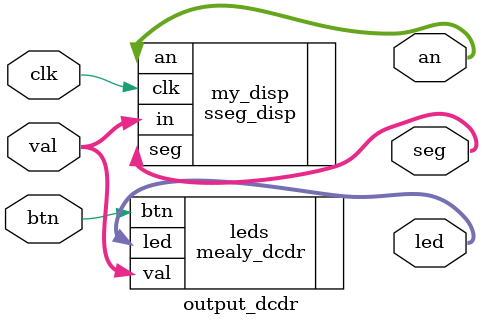
<source format=v>
`timescale 1ns / 1ps


module output_dcdr(
    input [3:0] val,
    input clk,
    input btn,
    output [14:0] led,
    output [7:0] seg,
    output [3:0] an
    );
    
    
    mealy_dcdr leds(
    .btn(btn), .val(val), .led(led)
    );
           
    sseg_disp my_disp(
    .in(val), .clk(clk), .seg(seg), .an(an)
    );
endmodule

</source>
